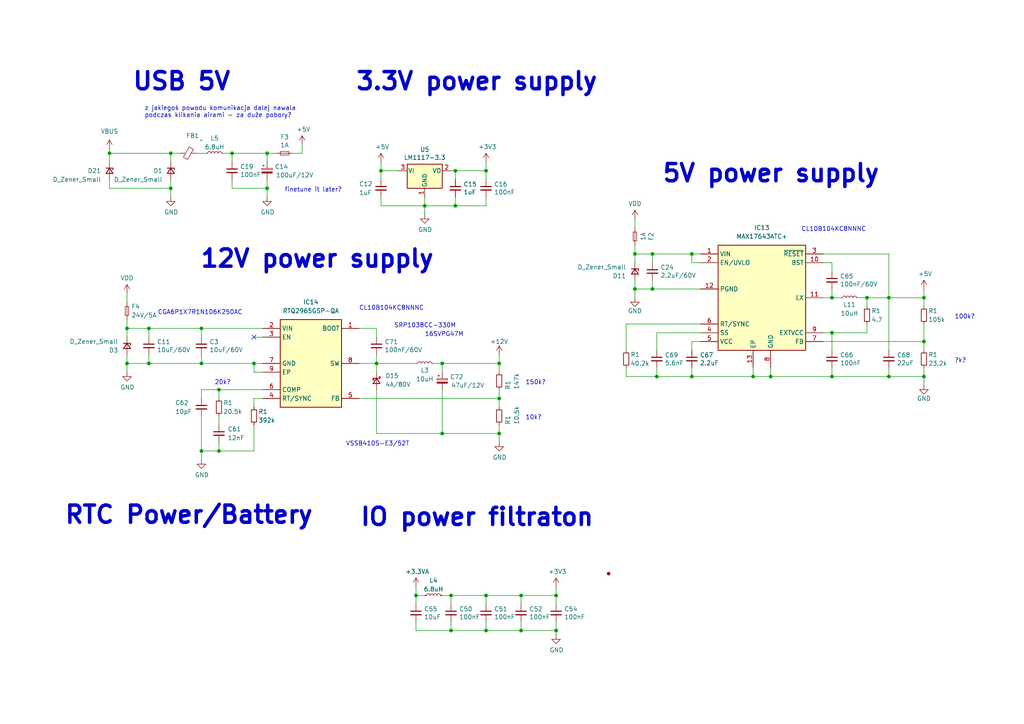
<source format=kicad_sch>
(kicad_sch (version 20230121) (generator eeschema)
  (paper "A4")
  (lib_symbols
    (symbol "Device:CP_Small" (pin_numbers hide) (pin_names (offset 0.254) hide)
      (property "Reference" "C" (at 0.254 1.778 0))
      (property "Value" "Device_CP_Small" (at 0.254 -2.032 0))
      (symbol "CP_Small_0_1"
        (rectangle (start -1.524 -0.3048) (end 1.524 -0.6858) (fill (type outline)))
        (rectangle (start -1.524 0.6858) (end 1.524 0.3048))
        (polyline (pts (xy -1.27 1.524) (xy -0.762 1.524)))
        (polyline (pts (xy -1.016 1.27) (xy -1.016 1.778)))
      )
      (symbol "CP_Small_1_1"
        (pin passive line (at 0 2.54 270) (length 1.8542) (name "~") (number "1"))
        (pin passive line (at 0 -2.54 90) (length 1.8542) (name "~") (number "2"))
      )
    )
    (symbol "Device:C_Small" (pin_numbers hide) (pin_names (offset 0.254) hide)
      (property "Reference" "C" (at 0.254 1.778 0))
      (property "Value" "C_Small" (at 0.254 -2.032 0))
      (symbol "C_Small_0_1"
        (polyline (pts (xy -1.524 -0.508) (xy 1.524 -0.508)) (stroke (width 0.3302)))
        (polyline (pts (xy -1.524 0.508) (xy 1.524 0.508)) (stroke (width 0.3048)))
      )
      (symbol "C_Small_1_1"
        (pin passive line (at 0 2.54 270) (length 2.032) (name "~") (number "1"))
        (pin passive line (at 0 -2.54 90) (length 2.032) (name "~") (number "2"))
      )
    )
    (symbol "Device:D_Schottky_Small" (pin_numbers hide) (pin_names (offset 0.254) hide)
      (property "Reference" "D" (at -1.27 2.032 0))
      (property "Value" "D_Schottky_Small" (at -7.112 -2.032 0))
      (symbol "D_Schottky_Small_0_1"
        (polyline (pts (xy -0.762 0) (xy 0.762 0)))
        (polyline (pts (xy 0.762 -1.016) (xy -0.762 0) (xy 0.762 1.016) (xy 0.762 -1.016)) (stroke (width 0.254)))
        (polyline (pts (xy -1.27 0.762) (xy -1.27 1.016) (xy -0.762 1.016) (xy -0.762 -1.016) (xy -0.254 -1.016) (xy -0.254 -0.762)) (stroke (width 0.254)))
      )
      (symbol "D_Schottky_Small_1_1"
        (pin passive line (at -2.54 0 0) (length 1.778) (name "K") (number "1"))
        (pin passive line (at 2.54 0 180) (length 1.778) (name "A") (number "2"))
      )
    )
    (symbol "Device:D_Zener_Small" (pin_numbers hide) (pin_names (offset 0.254) hide)
      (property "Reference" "D" (at 0 2.286 0))
      (property "Value" "D_Zener_Small" (at 0 -2.286 0))
      (symbol "D_Zener_Small_0_1"
        (polyline (pts (xy 0.762 0) (xy -0.762 0)))
        (polyline (pts (xy -0.254 1.016) (xy -0.762 1.016) (xy -0.762 -1.016)) (stroke (width 0.254)))
        (polyline (pts (xy 0.762 1.016) (xy -0.762 0) (xy 0.762 -1.016) (xy 0.762 1.016)) (stroke (width 0.254)))
      )
      (symbol "D_Zener_Small_1_1"
        (pin passive line (at -2.54 0 0) (length 1.778) (name "K") (number "1"))
        (pin passive line (at 2.54 0 180) (length 1.778) (name "A") (number "2"))
      )
    )
    (symbol "Device:Ferrite_Bead_Small" (pin_numbers hide) (pin_names (offset 0))
      (property "Reference" "FB" (at 1.905 1.27 0))
      (property "Value" "Device_Ferrite_Bead_Small" (at 1.905 -1.27 0))
      (symbol "Ferrite_Bead_Small_0_1"
        (polyline (pts (xy 0 -1.27) (xy 0 -0.7874)))
        (polyline (pts (xy 0 0.889) (xy 0 1.2954)))
        (polyline (pts (xy -1.8288 0.2794) (xy -1.1176 1.4986) (xy 1.8288 -0.2032) (xy 1.1176 -1.4224) (xy -1.8288 0.2794)))
      )
      (symbol "Ferrite_Bead_Small_1_1"
        (pin passive line (at 0 2.54 270) (length 1.27) (name "~") (number "1"))
        (pin passive line (at 0 -2.54 90) (length 1.27) (name "~") (number "2"))
      )
    )
    (symbol "Device:Fuse_Small" (pin_numbers hide) (pin_names (offset 0.254) hide)
      (property "Reference" "F" (at 0 -1.524 0))
      (property "Value" "Fuse_Small" (at 0 1.524 0))
      (symbol "Fuse_Small_0_1"
        (rectangle (start -1.27 0.508) (end 1.27 -0.508))
        (polyline (pts (xy -1.27 0) (xy 1.27 0)))
      )
      (symbol "Fuse_Small_1_1"
        (pin passive line (at -2.54 0 0) (length 1.27) (name "~") (number "1"))
        (pin passive line (at 2.54 0 180) (length 1.27) (name "~") (number "2"))
      )
    )
    (symbol "Device:L_Small" (pin_numbers hide) (pin_names (offset 0.254) hide)
      (property "Reference" "L" (at 0.762 1.016 0))
      (property "Value" "L_Small" (at 0.762 -1.016 0))
      (symbol "L_Small_0_1"
        (arc (start 0 -2.032) (mid 0.5058 -1.524) (end 0 -1.016))
        (arc (start 0 -1.016) (mid 0.5058 -0.508) (end 0 0))
        (arc (start 0 0) (mid 0.5058 0.508) (end 0 1.016))
        (arc (start 0 1.016) (mid 0.5058 1.524) (end 0 2.032))
      )
      (symbol "L_Small_1_1"
        (pin passive line (at 0 2.54 270) (length 0.508) (name "~") (number "1"))
        (pin passive line (at 0 -2.54 90) (length 0.508) (name "~") (number "2"))
      )
    )
    (symbol "Device:R_Small" (pin_numbers hide) (pin_names (offset 0.254) hide)
      (property "Reference" "R" (at 0.762 0.508 0))
      (property "Value" "R_Small" (at 0.762 -1.016 0))
      (symbol "R_Small_0_1"
        (rectangle (start -0.762 1.778) (end 0.762 -1.778) (stroke (width 0.2032)))
      )
      (symbol "R_Small_1_1"
        (pin passive line (at 0 2.54 270) (length 0.762) (name "~") (number "1"))
        (pin passive line (at 0 -2.54 90) (length 0.762) (name "~") (number "2"))
      )
    )
    (symbol "MAX17643ATC+:MAX17643ATC+"
      (property "Reference" "IC" (at -1.27 22.86 0))
      (property "Value" "MAX17643ATC+" (at -6.35 20.32 0))
      (symbol "MAX17643ATC+_1_1"
        (rectangle (start -12.7 17.78) (end 12.7 -12.7) (stroke (width 0.254)) (fill (type background)))
        (pin passive line (at -17.78 15.24 0) (length 5.08) (name "VIN") (number "1"))
        (pin passive line (at 17.78 12.7 180) (length 5.08) (name "BST") (number "10"))
        (pin passive line (at 17.78 2.54 180) (length 5.08) (name "LX") (number "11"))
        (pin passive line (at -17.78 5.08 0) (length 5.08) (name "PGND") (number "12"))
        (pin passive line (at -2.54 -17.78 90) (length 5.08) (name "EP") (number "13"))
        (pin passive line (at -17.78 12.7 0) (length 5.08) (name "EN/UVLO") (number "2"))
        (pin passive line (at 17.78 15.24 180) (length 5.08) (name "~{RESET}") (number "3"))
        (pin passive line (at -17.78 -7.62 0) (length 5.08) (name "SS") (number "4"))
        (pin passive line (at -17.78 -10.16 0) (length 5.08) (name "VCC") (number "5"))
        (pin passive line (at -17.78 -5.08 0) (length 5.08) (name "RT/SYNC") (number "6"))
        (pin passive line (at 17.78 -10.16 180) (length 5.08) (name "FB") (number "7"))
        (pin passive line (at 2.54 -17.78 90) (length 5.08) (name "GND") (number "8"))
        (pin passive line (at 17.78 -7.62 180) (length 5.08) (name "EXTVCC") (number "9"))
      )
    )
    (symbol "RTQ2965GSP-QA:RTQ2965GSP-QA"
      (property "Reference" "IC" (at 0 17.78 0))
      (property "Value" "RTQ2965GSP-QA" (at 0 15.24 0))
      (symbol "RTQ2965GSP-QA_1_1"
        (rectangle (start -8.89 12.7) (end 8.89 -12.7) (stroke (width 0.254)) (fill (type background)))
        (pin passive line (at 13.97 10.16 180) (length 5.08) (name "BOOT") (number "1"))
        (pin passive line (at -13.97 10.16 0) (length 5.08) (name "VIN") (number "2"))
        (pin passive line (at -13.97 7.62 0) (length 5.08) (name "EN") (number "3"))
        (pin passive line (at -13.97 -10.16 0) (length 5.08) (name "RT/SYNC") (number "4"))
        (pin passive line (at 13.97 -10.16 180) (length 5.08) (name "FB") (number "5"))
        (pin passive line (at -13.97 -7.62 0) (length 5.08) (name "COMP") (number "6"))
        (pin passive line (at -13.97 0 0) (length 5.08) (name "GND") (number "7"))
        (pin passive line (at 13.97 0 180) (length 5.08) (name "SW") (number "8"))
        (pin passive line (at -13.97 -2.54 0) (length 5.08) (name "EP") (number "9"))
      )
    )
    (symbol "Regulator_Linear:LM1117-3.3" (pin_names (offset 0.254))
      (property "Reference" "U" (at -3.81 3.175 0))
      (property "Value" "LM1117-3.3" (at 0 3.175 0))
      (symbol "LM1117-3.3_0_1"
        (rectangle (start -5.08 -5.08) (end 5.08 1.905) (stroke (width 0.254)) (fill (type background)))
      )
      (symbol "LM1117-3.3_1_1"
        (pin power_in line (at 0 -7.62 90) (length 2.54) (name "GND") (number "1"))
        (pin power_out line (at 7.62 0 180) (length 2.54) (name "VO") (number "2"))
        (pin power_in line (at -7.62 0 0) (length 2.54) (name "VI") (number "3"))
      )
    )
    (symbol "Samacsys2:2920L500_24SLDR" (pin_numbers hide) (pin_names (offset 0) hide)
      (property "Reference" "F" (at -0.635 2.54 0))
      (property "Value" "24V/5A" (at -3.81 -1.905 0))
      (symbol "2920L500_24SLDR_0_1"
        (rectangle (start -1.27 0.508) (end 1.27 -0.508))
        (polyline (pts (xy -1.27 0) (xy 1.27 0)))
      )
      (symbol "2920L500_24SLDR_1_1"
        (pin passive line (at -2.54 0 0) (length 1.27) (name "~") (number "1"))
        (pin passive line (at 2.54 0 180) (length 1.27) (name "~") (number "2"))
      )
    )
    (symbol "power:+12V" (power) (pin_names (offset 0))
      (property "Value" "+12V" (at 0 3.556 0))
      (symbol "+12V_0_1"
        (polyline (pts (xy -0.762 1.27) (xy 0 2.54)))
        (polyline (pts (xy 0 0) (xy 0 2.54)))
        (polyline (pts (xy 0 2.54) (xy 0.762 1.27)))
      )
      (symbol "+12V_1_1"
        (pin power_in line (at 0 0 90) (length 0) hide (name "+12V") (number "1"))
      )
    )
    (symbol "power:+3.3V" (power) (pin_names (offset 0))
      (property "Value" "+3.3V" (at 0 3.556 0))
      (symbol "+3.3V_0_1"
        (polyline (pts (xy -0.762 1.27) (xy 0 2.54)))
        (polyline (pts (xy 0 0) (xy 0 2.54)))
        (polyline (pts (xy 0 2.54) (xy 0.762 1.27)))
      )
      (symbol "+3.3V_1_1"
        (pin power_in line (at 0 0 90) (length 0) hide (name "+3V3") (number "1"))
      )
    )
    (symbol "power:+3.3VA" (power) (pin_names (offset 0))
      (property "Value" "+3.3VA" (at 0 3.556 0))
      (symbol "+3.3VA_0_1"
        (polyline (pts (xy -0.762 1.27) (xy 0 2.54)))
        (polyline (pts (xy 0 0) (xy 0 2.54)))
        (polyline (pts (xy 0 2.54) (xy 0.762 1.27)))
      )
      (symbol "+3.3VA_1_1"
        (pin power_in line (at 0 0 90) (length 0) hide (name "+3.3VA") (number "1"))
      )
    )
    (symbol "power:+5V" (power) (pin_names (offset 0))
      (property "Value" "+5V" (at 0 3.556 0))
      (symbol "+5V_0_1"
        (polyline (pts (xy -0.762 1.27) (xy 0 2.54)))
        (polyline (pts (xy 0 0) (xy 0 2.54)))
        (polyline (pts (xy 0 2.54) (xy 0.762 1.27)))
      )
      (symbol "+5V_1_1"
        (pin power_in line (at 0 0 90) (length 0) hide (name "+5V") (number "1"))
      )
    )
    (symbol "power:GND" (power) (pin_names (offset 0))
      (property "Value" "GND" (at 0 -3.81 0))
      (symbol "GND_0_1"
        (polyline (pts (xy 0 0) (xy 0 -1.27) (xy 1.27 -1.27) (xy 0 -2.54) (xy -1.27 -1.27) (xy 0 -1.27)))
      )
      (symbol "GND_1_1"
        (pin power_in line (at 0 0 270) (length 0) hide (name "GND") (number "1"))
      )
    )
    (symbol "power:VBUS" (power) (pin_names (offset 0))
      (property "Value" "VBUS" (at 0 3.81 0))
      (symbol "VBUS_0_1"
        (polyline (pts (xy -0.762 1.27) (xy 0 2.54)))
        (polyline (pts (xy 0 0) (xy 0 2.54)))
        (polyline (pts (xy 0 2.54) (xy 0.762 1.27)))
      )
      (symbol "VBUS_1_1"
        (pin power_in line (at 0 0 90) (length 0) hide (name "VBUS") (number "1"))
      )
    )
    (symbol "power:VDD" (power) (pin_names (offset 0))
      (property "Value" "VDD" (at 0 3.81 0))
      (symbol "VDD_0_1"
        (polyline (pts (xy -0.762 1.27) (xy 0 2.54)))
        (polyline (pts (xy 0 0) (xy 0 2.54)))
        (polyline (pts (xy 0 2.54) (xy 0.762 1.27)))
      )
      (symbol "VDD_1_1"
        (pin power_in line (at 0 0 90) (length 0) hide (name "VDD") (number "1"))
      )
    )
  )
  (junction (at 144.78 115.57))
  (junction (at 267.97 86.36))
  (junction (at 31.75 44.45))
  (junction (at 184.15 83.82))
  (junction (at 77.47 44.45))
  (junction (at 63.5 113.03))
  (junction (at 257.81 86.36))
  (junction (at 67.31 44.45))
  (junction (at 140.97 49.53))
  (junction (at 161.29 172.72))
  (junction (at 128.27 105.41))
  (junction (at 190.5 109.22))
  (junction (at 128.27 125.73))
  (junction (at 36.83 105.41))
  (junction (at 241.3 109.22))
  (junction (at 63.5 130.81))
  (junction (at 49.53 44.45))
  (junction (at 77.47 54.61))
  (junction (at 241.3 96.52))
  (junction (at 189.23 83.82))
  (junction (at 123.19 59.69))
  (junction (at 130.81 172.72))
  (junction (at 130.81 182.88))
  (junction (at 144.78 125.73))
  (junction (at 151.13 182.88))
  (junction (at 132.08 59.69))
  (junction (at 267.97 109.22))
  (junction (at 49.53 54.61))
  (junction (at 161.29 182.88))
  (junction (at 110.49 49.53))
  (junction (at 36.83 95.25))
  (junction (at 218.44 109.22))
  (junction (at 200.66 73.66))
  (junction (at 58.42 95.25))
  (junction (at 140.97 182.88))
  (junction (at 109.22 105.41))
  (junction (at 257.81 109.22))
  (junction (at 73.66 105.41))
  (junction (at 58.42 105.41))
  (junction (at 251.46 86.36))
  (junction (at 184.15 73.66))
  (junction (at 267.97 99.06))
  (junction (at 58.42 130.81))
  (junction (at 189.23 73.66))
  (junction (at 43.18 105.41))
  (junction (at 43.18 95.25))
  (junction (at 132.08 49.53))
  (junction (at 200.66 109.22))
  (junction (at 120.65 172.72))
  (junction (at 151.13 172.72))
  (junction (at 223.52 109.22))
  (junction (at 140.97 172.72))
  (junction (at 241.3 86.36))
  (junction (at 144.78 105.41))
  (no_connect (at 73.66 97.79))
  (wire (pts (xy 144.78 123.19) (xy 144.78 125.73)))
  (wire (pts (xy 238.76 86.36) (xy 241.3 86.36)))
  (wire (pts (xy 58.42 130.81) (xy 58.42 133.35)))
  (wire (pts (xy 43.18 95.25) (xy 58.42 95.25)))
  (wire (pts (xy 140.97 49.53) (xy 140.97 52.07)))
  (wire (pts (xy 58.42 113.03) (xy 58.42 115.57)))
  (wire (pts (xy 73.66 118.11) (xy 73.66 115.57)))
  (wire (pts (xy 238.76 73.66) (xy 257.81 73.66)))
  (wire (pts (xy 238.76 76.2) (xy 241.3 76.2)))
  (wire (pts (xy 109.22 105.41) (xy 109.22 107.95)))
  (wire (pts (xy 267.97 83.82) (xy 267.97 86.36)))
  (wire (pts (xy 77.47 57.15) (xy 77.47 54.61)))
  (wire (pts (xy 109.22 125.73) (xy 128.27 125.73)))
  (wire (pts (xy 241.3 106.68) (xy 241.3 109.22)))
  (wire (pts (xy 189.23 73.66) (xy 189.23 76.2)))
  (wire (pts (xy 109.22 105.41) (xy 120.65 105.41)))
  (wire (pts (xy 58.42 105.41) (xy 73.66 105.41)))
  (wire (pts (xy 63.5 120.65) (xy 63.5 123.19)))
  (wire (pts (xy 128.27 125.73) (xy 144.78 125.73)))
  (wire (pts (xy 109.22 113.03) (xy 109.22 125.73)))
  (wire (pts (xy 67.31 44.45) (xy 77.47 44.45)))
  (wire (pts (xy 184.15 83.82) (xy 184.15 86.36)))
  (wire (pts (xy 257.81 109.22) (xy 267.97 109.22)))
  (wire (pts (xy 161.29 175.26) (xy 161.29 172.72)))
  (wire (pts (xy 63.5 128.27) (xy 63.5 130.81)))
  (wire (pts (xy 267.97 99.06) (xy 267.97 101.6)))
  (wire (pts (xy 257.81 86.36) (xy 251.46 86.36)))
  (wire (pts (xy 49.53 52.07) (xy 49.53 54.61)))
  (wire (pts (xy 140.97 59.69) (xy 132.08 59.69)))
  (wire (pts (xy 87.63 41.91) (xy 87.63 44.45)))
  (wire (pts (xy 31.75 54.61) (xy 49.53 54.61)))
  (wire (pts (xy 238.76 96.52) (xy 241.3 96.52)))
  (wire (pts (xy 241.3 76.2) (xy 241.3 78.74)))
  (wire (pts (xy 110.49 46.99) (xy 110.49 49.53)))
  (wire (pts (xy 73.66 115.57) (xy 76.2 115.57)))
  (wire (pts (xy 104.14 105.41) (xy 109.22 105.41)))
  (polyline (pts (xy 176.53 166.37) (xy 176.53 166.37)) (stroke (width 1) (color 132 0 0 1)))
  (wire (pts (xy 64.77 44.45) (xy 67.31 44.45)))
  (wire (pts (xy 36.83 85.09) (xy 36.83 87.63)))
  (wire (pts (xy 63.5 113.03) (xy 63.5 115.57)))
  (wire (pts (xy 120.65 172.72) (xy 123.19 172.72)))
  (wire (pts (xy 77.47 52.07) (xy 77.47 54.61)))
  (wire (pts (xy 251.46 93.98) (xy 251.46 96.52)))
  (wire (pts (xy 130.81 180.34) (xy 130.81 182.88)))
  (wire (pts (xy 248.92 86.36) (xy 251.46 86.36)))
  (wire (pts (xy 161.29 182.88) (xy 161.29 184.15)))
  (wire (pts (xy 31.75 43.18) (xy 31.75 44.45)))
  (wire (pts (xy 144.78 102.87) (xy 144.78 105.41)))
  (wire (pts (xy 181.61 93.98) (xy 181.61 101.6)))
  (wire (pts (xy 73.66 123.19) (xy 73.66 130.81)))
  (wire (pts (xy 203.2 99.06) (xy 200.66 99.06)))
  (wire (pts (xy 144.78 113.03) (xy 144.78 115.57)))
  (wire (pts (xy 241.3 86.36) (xy 241.3 83.82)))
  (wire (pts (xy 128.27 105.41) (xy 128.27 107.95)))
  (wire (pts (xy 151.13 180.34) (xy 151.13 182.88)))
  (wire (pts (xy 257.81 86.36) (xy 257.81 101.6)))
  (wire (pts (xy 43.18 97.79) (xy 43.18 95.25)))
  (wire (pts (xy 241.3 109.22) (xy 257.81 109.22)))
  (wire (pts (xy 36.83 102.87) (xy 36.83 105.41)))
  (wire (pts (xy 184.15 63.5) (xy 184.15 66.04)))
  (wire (pts (xy 140.97 172.72) (xy 130.81 172.72)))
  (wire (pts (xy 31.75 52.07) (xy 31.75 54.61)))
  (wire (pts (xy 218.44 109.22) (xy 223.52 109.22)))
  (wire (pts (xy 140.97 46.99) (xy 140.97 49.53)))
  (wire (pts (xy 189.23 73.66) (xy 200.66 73.66)))
  (wire (pts (xy 241.3 86.36) (xy 243.84 86.36)))
  (wire (pts (xy 49.53 44.45) (xy 52.07 44.45)))
  (wire (pts (xy 189.23 81.28) (xy 189.23 83.82)))
  (wire (pts (xy 76.2 107.95) (xy 73.66 107.95)))
  (wire (pts (xy 49.53 57.15) (xy 49.53 54.61)))
  (wire (pts (xy 161.29 172.72) (xy 151.13 172.72)))
  (wire (pts (xy 144.78 125.73) (xy 144.78 128.27)))
  (wire (pts (xy 109.22 97.79) (xy 109.22 95.25)))
  (wire (pts (xy 130.81 172.72) (xy 130.81 175.26)))
  (wire (pts (xy 36.83 92.71) (xy 36.83 95.25)))
  (wire (pts (xy 190.5 106.68) (xy 190.5 109.22)))
  (wire (pts (xy 257.81 106.68) (xy 257.81 109.22)))
  (wire (pts (xy 109.22 102.87) (xy 109.22 105.41)))
  (wire (pts (xy 200.66 109.22) (xy 218.44 109.22)))
  (wire (pts (xy 151.13 182.88) (xy 140.97 182.88)))
  (wire (pts (xy 140.97 180.34) (xy 140.97 182.88)))
  (wire (pts (xy 184.15 83.82) (xy 189.23 83.82)))
  (wire (pts (xy 200.66 99.06) (xy 200.66 101.6)))
  (wire (pts (xy 36.83 105.41) (xy 43.18 105.41)))
  (wire (pts (xy 130.81 182.88) (xy 140.97 182.88)))
  (wire (pts (xy 132.08 57.15) (xy 132.08 59.69)))
  (wire (pts (xy 251.46 96.52) (xy 241.3 96.52)))
  (wire (pts (xy 151.13 172.72) (xy 140.97 172.72)))
  (wire (pts (xy 125.73 105.41) (xy 128.27 105.41)))
  (wire (pts (xy 73.66 105.41) (xy 73.66 107.95)))
  (wire (pts (xy 58.42 102.87) (xy 58.42 105.41)))
  (wire (pts (xy 241.3 101.6) (xy 241.3 96.52)))
  (wire (pts (xy 58.42 130.81) (xy 63.5 130.81)))
  (wire (pts (xy 77.47 44.45) (xy 80.01 44.45)))
  (wire (pts (xy 63.5 113.03) (xy 58.42 113.03)))
  (wire (pts (xy 128.27 113.03) (xy 128.27 125.73)))
  (wire (pts (xy 31.75 44.45) (xy 31.75 46.99)))
  (wire (pts (xy 110.49 59.69) (xy 110.49 57.15)))
  (wire (pts (xy 144.78 105.41) (xy 128.27 105.41)))
  (wire (pts (xy 200.66 76.2) (xy 203.2 76.2)))
  (wire (pts (xy 36.83 105.41) (xy 36.83 107.95)))
  (wire (pts (xy 67.31 54.61) (xy 77.47 54.61)))
  (wire (pts (xy 123.19 59.69) (xy 110.49 59.69)))
  (wire (pts (xy 203.2 73.66) (xy 200.66 73.66)))
  (wire (pts (xy 267.97 88.9) (xy 267.97 86.36)))
  (wire (pts (xy 257.81 86.36) (xy 257.81 73.66)))
  (wire (pts (xy 73.66 130.81) (xy 63.5 130.81)))
  (wire (pts (xy 85.09 44.45) (xy 87.63 44.45)))
  (wire (pts (xy 251.46 86.36) (xy 251.46 88.9)))
  (wire (pts (xy 181.61 109.22) (xy 190.5 109.22)))
  (wire (pts (xy 73.66 97.79) (xy 76.2 97.79)))
  (wire (pts (xy 123.19 59.69) (xy 132.08 59.69)))
  (wire (pts (xy 57.15 44.45) (xy 59.69 44.45)))
  (wire (pts (xy 123.19 62.23) (xy 123.19 59.69)))
  (wire (pts (xy 184.15 73.66) (xy 189.23 73.66)))
  (wire (pts (xy 140.97 57.15) (xy 140.97 59.69)))
  (wire (pts (xy 238.76 99.06) (xy 267.97 99.06)))
  (wire (pts (xy 43.18 105.41) (xy 43.18 102.87)))
  (wire (pts (xy 120.65 170.18) (xy 120.65 172.72)))
  (wire (pts (xy 267.97 109.22) (xy 267.97 111.76)))
  (wire (pts (xy 43.18 105.41) (xy 58.42 105.41)))
  (wire (pts (xy 184.15 81.28) (xy 184.15 83.82)))
  (wire (pts (xy 58.42 95.25) (xy 58.42 97.79)))
  (wire (pts (xy 144.78 115.57) (xy 144.78 118.11)))
  (wire (pts (xy 120.65 182.88) (xy 130.81 182.88)))
  (wire (pts (xy 161.29 170.18) (xy 161.29 172.72)))
  (wire (pts (xy 218.44 106.68) (xy 218.44 109.22)))
  (wire (pts (xy 58.42 120.65) (xy 58.42 130.81)))
  (wire (pts (xy 128.27 172.72) (xy 130.81 172.72)))
  (wire (pts (xy 200.66 106.68) (xy 200.66 109.22)))
  (wire (pts (xy 151.13 175.26) (xy 151.13 172.72)))
  (wire (pts (xy 67.31 52.07) (xy 67.31 54.61)))
  (wire (pts (xy 109.22 95.25) (xy 104.14 95.25)))
  (wire (pts (xy 161.29 180.34) (xy 161.29 182.88)))
  (wire (pts (xy 76.2 113.03) (xy 63.5 113.03)))
  (wire (pts (xy 241.3 109.22) (xy 223.52 109.22)))
  (wire (pts (xy 203.2 96.52) (xy 190.5 96.52)))
  (wire (pts (xy 36.83 97.79) (xy 36.83 95.25)))
  (wire (pts (xy 184.15 71.12) (xy 184.15 73.66)))
  (wire (pts (xy 267.97 106.68) (xy 267.97 109.22)))
  (wire (pts (xy 181.61 106.68) (xy 181.61 109.22)))
  (wire (pts (xy 200.66 73.66) (xy 200.66 76.2)))
  (wire (pts (xy 120.65 172.72) (xy 120.65 175.26)))
  (wire (pts (xy 267.97 86.36) (xy 257.81 86.36)))
  (wire (pts (xy 58.42 95.25) (xy 76.2 95.25)))
  (wire (pts (xy 76.2 105.41) (xy 73.66 105.41)))
  (wire (pts (xy 36.83 95.25) (xy 43.18 95.25)))
  (wire (pts (xy 181.61 93.98) (xy 203.2 93.98)))
  (wire (pts (xy 110.49 49.53) (xy 115.57 49.53)))
  (wire (pts (xy 132.08 49.53) (xy 140.97 49.53)))
  (wire (pts (xy 77.47 44.45) (xy 77.47 46.99)))
  (wire (pts (xy 120.65 182.88) (xy 120.65 180.34)))
  (wire (pts (xy 130.81 49.53) (xy 132.08 49.53)))
  (wire (pts (xy 184.15 76.2) (xy 184.15 73.66)))
  (wire (pts (xy 110.49 49.53) (xy 110.49 52.07)))
  (wire (pts (xy 144.78 107.95) (xy 144.78 105.41)))
  (wire (pts (xy 49.53 44.45) (xy 49.53 46.99)))
  (wire (pts (xy 267.97 93.98) (xy 267.97 99.06)))
  (wire (pts (xy 223.52 106.68) (xy 223.52 109.22)))
  (wire (pts (xy 161.29 182.88) (xy 151.13 182.88)))
  (wire (pts (xy 123.19 57.15) (xy 123.19 59.69)))
  (wire (pts (xy 104.14 115.57) (xy 144.78 115.57)))
  (wire (pts (xy 190.5 96.52) (xy 190.5 101.6)))
  (wire (pts (xy 132.08 52.07) (xy 132.08 49.53)))
  (wire (pts (xy 189.23 83.82) (xy 203.2 83.82)))
  (wire (pts (xy 140.97 175.26) (xy 140.97 172.72)))
  (wire (pts (xy 67.31 44.45) (xy 67.31 46.99)))
  (wire (pts (xy 31.75 44.45) (xy 49.53 44.45)))
  (wire (pts (xy 190.5 109.22) (xy 200.66 109.22)))
  (text "RTC Power/Battery" (at 18.415 152.4 0) (effects (font (size 5 5) (thickness 1) bold) (justify left bottom)))
  (text "?k?\n" (at 276.86 105.41 0) (effects (font (size 1.27 1.27)) (justify left bottom)))
  (text "USB 5V" (at 38.1 26.67 0) (effects (font (size 5 5) (thickness 1) bold) (justify left bottom)))
  (text "CL10B104KC8NNNC" (at 232.41 67.31 0) (effects (font (size 1.27 1.27)) (justify left bottom)))
  (text "20k?" (at 62.23 111.76 0) (effects (font (size 1.27 1.27)) (justify left bottom)))
  (text "z jakiegoś powodu komunikacja dalej nawala \npodczas klikania airami - za duże pobory?" (at 41.91 34.29 0) (effects (font (size 1.27 1.27)) (justify left bottom)))
  (text "3.3V power supply" (at 102.87 26.67 0) (effects (font (size 5 5) (thickness 1) bold) (justify left bottom)))
  (text "150k?\n" (at 152.4 111.76 0) (effects (font (size 1.27 1.27)) (justify left bottom)))
  (text "IO power filtraton" (at 104.14 153.035 0) (effects (font (size 5 5) (thickness 1) bold) (justify left bottom)))
  (text "VSSB410S-E3/52T" (at 100.33 129.54 0) (effects (font (size 1.27 1.27)) (justify left bottom)))
  (text "12V power supply" (at 57.785 78.105 0) (effects (font (size 5 5) (thickness 1) bold) (justify left bottom)))
  (text "5V power supply" (at 191.77 53.34 0) (effects (font (size 5 5) (thickness 1) bold) (justify left bottom)))
  (text "100k?\n" (at 276.86 92.71 0) (effects (font (size 1.27 1.27)) (justify left bottom)))
  (text "finetune it later?\n" (at 82.55 55.88 0) (effects (font (size 1.27 1.27)) (justify left bottom)))
  (text "CGA6P1X7R1N106K250AC" (at 45.72 91.44 0) (effects (font (size 1.27 1.27)) (justify left bottom)))
  (text "16SVPG47M" (at 123.19 97.79 0) (effects (font (size 1.27 1.27)) (justify left bottom)))
  (text "SRP1038CC-330M" (at 114.3 95.25 0) (effects (font (size 1.27 1.27)) (justify left bottom)))
  (text "CL10B104KC8NNNC" (at 104.14 90.17 0) (effects (font (size 1.27 1.27)) (justify left bottom)))
  (text "10k?" (at 152.4 121.92 0) (effects (font (size 1.27 1.27)) (justify left bottom)))
  (symbol (lib_id "Device:D_Schottky_Small") (at 109.22 110.49 270) (unit 1)
    (property "Reference" "D15" (at 111.76 108.966 90) (effects (justify left)))
    (property "Value" "4A/80V" (at 111.76 111.506 90) (effects (justify left)))
    (property "Footprint" "Diode_SMD:D_SMB" (effects hide))
    (instances (project "PUTM_EV_BMS_HV_Master_2021" (path "" (reference "D15") (unit 1)) (path "" (reference "D2") (unit 1))))
  )
  (symbol (lib_id "Device:C_Small") (at 189.23 78.74 0) (unit 1)
    (property "Reference" "C24" (at 191.5668 77.5716 0) (effects (justify left)))
    (property "Value" "2.2uF/60V" (at 191.5668 79.883 0) (effects (justify left)))
    (property "Footprint" "Capacitor_SMD:C_1210_3225Metric" (effects hide))
  )
  (symbol (lib_id "power:GND") (at 49.53 57.15 0) (unit 1)
    (property "Reference" "#PWR070" (effects hide))
    (property "Value" "GND" (at 49.657 61.5442 0))
  )
  (symbol (lib_id "power:+3.3V") (at 140.97 46.99 0) (unit 1)
    (property "Reference" "#PWR036" (effects hide))
    (property "Value" "+3.3V" (at 141.351 42.5958 0))
  )
  (symbol (lib_id "Device:L_Small") (at 246.38 86.36 90) (unit 1)
    (property "Reference" "L11" (at 246.38 87.63 90) (effects (justify bottom)))
    (property "Value" "10uH" (at 246.38 90.17 90) (effects (justify bottom)))
    (property "Footprint" "Inductor_SMD:L_Coilcraft_XAL5050-XXX" (effects hide))
  )
  (symbol (lib_id "Device:R_Small") (at 181.61 104.14 180) (unit 1)
    (property "Reference" "R1" (at 182.88 102.87 0) (effects (justify right)))
    (property "Value" "40.2k" (at 182.88 105.41 0) (effects (justify right)))
    (property "Footprint" "Resistor_SMD:R_0603_1608Metric" (effects hide))
    (instances (project "PUTM_EV_BMS_HV_Master_2021" (path "" (reference "R1") (unit 1)) (path "" (reference "R59") (unit 1))))
  )
  (symbol (lib_id "Device:L_Small") (at 125.73 172.72 90) (unit 1)
    (property "Reference" "L4" (at 125.73 167.64 90) (effects (justify bottom)))
    (property "Value" "6.8uH" (at 125.73 170.18 90) (effects (justify bottom)))
    (property "Footprint" "Inductor_SMD:L_1206_3216Metric" (effects hide))
    (instances (project "PUTM_EV_BMS_HV_Master_2021" (path "" (reference "L4") (unit 1)) (path "" (reference "L8") (unit 1)) (path "" (reference "L9") (unit 1))))
  )
  (symbol (lib_id "power:+3.3VA") (at 120.65 170.18 0) (unit 1)
    (property "Reference" "#PWR0115" (effects hide))
    (property "Value" "+3.3VA" (at 121.031 165.7858 0))
  )
  (symbol (lib_id "Device:R_Small") (at 251.46 91.44 180) (unit 1)
    (property "Reference" "R1" (at 252.73 90.17 0) (effects (justify right)))
    (property "Value" "4.7" (at 252.73 92.71 0) (effects (justify right)))
    (property "Footprint" "Resistor_SMD:R_0603_1608Metric" (effects hide))
    (instances (project "PUTM_EV_BMS_HV_Master_2021" (path "" (reference "R1") (unit 1)) (path "" (reference "R17") (unit 1))))
  )
  (symbol (lib_id "Device:C_Small") (at 241.3 81.28 0) (unit 1)
    (property "Reference" "C65" (at 243.6368 80.1116 0) (effects (justify left)))
    (property "Value" "100nF/60V" (at 243.6368 82.423 0) (effects (justify left)))
    (property "Footprint" "Capacitor_SMD:C_0603_1608Metric" (effects hide))
  )
  (symbol (lib_id "Regulator_Linear:LM1117-3.3") (at 123.19 49.53 0) (unit 1)
    (property "Reference" "U5" (at 123.19 43.3832 0))
    (property "Value" "LM1117-3.3" (at 123.19 45.6946 0))
    (property "Footprint" "Package_TO_SOT_SMD:SOT-223-3_TabPin2" (effects hide))
    (property "Datasheet" "http://www.ti.com/lit/ds/symlink/lm1117.pdf" (effects hide))
  )
  (symbol (lib_id "Device:C_Small") (at 67.31 49.53 0) (unit 1)
    (property "Reference" "C19" (at 69.6468 48.3616 0) (effects (justify left)))
    (property "Value" "100nF" (at 69.6468 50.673 0) (effects (justify left)))
    (property "Footprint" "Capacitor_SMD:C_0603_1608Metric" (effects hide))
  )
  (symbol (lib_id "Device:Ferrite_Bead_Small") (at 54.61 44.45 270) (unit 1)
    (property "Reference" "FB1" (at 55.88 39.37 90))
    (property "Value" "~" (at 58.42 40.64 90))
    (property "Footprint" "Inductor_SMD:L_0603_1608Metric" (effects hide))
  )
  (symbol (lib_id "Device:C_Small") (at 140.97 177.8 0) (unit 1)
    (property "Reference" "C51" (at 143.3068 176.6316 0) (effects (justify left)))
    (property "Value" "100nF" (at 143.3068 178.943 0) (effects (justify left)))
    (property "Footprint" "Capacitor_SMD:C_0603_1608Metric" (effects hide))
  )
  (symbol (lib_id "power:+5V") (at 110.49 46.99 0) (unit 1)
    (property "Reference" "#PWR051" (effects hide))
    (property "Value" "+5V" (at 110.871 42.5958 0))
  )
  (symbol (lib_id "Device:C_Small") (at 120.65 177.8 0) (unit 1)
    (property "Reference" "C55" (at 122.9868 176.6316 0) (effects (justify left)))
    (property "Value" "10uF" (at 122.9868 178.943 0) (effects (justify left)))
    (property "Footprint" "Capacitor_SMD:C_0603_1608Metric" (effects hide))
  )
  (symbol (lib_id "Device:C_Small") (at 200.66 104.14 0) (unit 1)
    (property "Reference" "C67" (at 202.9968 102.9716 0) (effects (justify left)))
    (property "Value" "2.2uF" (at 202.9968 105.283 0) (effects (justify left)))
    (property "Footprint" "Capacitor_SMD:C_0603_1608Metric" (effects hide))
  )
  (symbol (lib_id "Device:C_Small") (at 109.22 100.33 0) (unit 1)
    (property "Reference" "C71" (at 111.5568 99.1616 0) (effects (justify left)))
    (property "Value" "100nF/60V" (at 111.5568 101.473 0) (effects (justify left)))
    (property "Footprint" "Capacitor_SMD:C_0603_1608Metric" (effects hide))
  )
  (symbol (lib_id "power:VBUS") (at 31.75 43.18 0) (unit 1)
    (property "Reference" "#PWR0139" (effects hide))
    (property "Value" "VBUS" (at 31.75 38.1 0))
  )
  (symbol (lib_id "Device:R_Small") (at 144.78 120.65 180) (unit 1)
    (property "Reference" "R1" (at 147.32 123.19 90) (effects (justify right)))
    (property "Value" "10.5k" (at 149.86 123.19 90) (effects (justify right)))
    (property "Footprint" "Resistor_SMD:R_0603_1608Metric" (effects hide))
    (instances (project "PUTM_EV_BMS_HV_Master_2021" (path "" (reference "R1") (unit 1)) (path "" (reference "R70") (unit 1))))
  )
  (symbol (lib_id "Device:D_Zener_Small") (at 36.83 100.33 270) (unit 1)
    (property "Reference" "D3" (at 34.29 101.6 90) (effects (justify right)))
    (property "Value" "D_Zener_Small" (at 34.29 99.06 90) (effects (justify right)))
    (property "Footprint" "Diode_SMD:D_SMB" (effects hide))
  )
  (symbol (lib_id "Device:CP_Small") (at 77.47 49.53 0) (unit 1)
    (property "Reference" "C14" (at 79.7052 48.3616 0) (effects (justify left)))
    (property "Value" "100uF/12V" (at 80.01 50.8 0) (effects (justify left)))
    (property "Footprint" "Capacitor_SMD:CP_Elec_5x4.5" (effects hide))
  )
  (symbol (lib_id "power:GND") (at 161.29 184.15 0) (unit 1)
    (property "Reference" "#PWR0111" (effects hide))
    (property "Value" "GND" (at 161.417 188.5442 0))
  )
  (symbol (lib_id "Device:C_Small") (at 132.08 54.61 0) (unit 1)
    (property "Reference" "C15" (at 134.4168 53.4416 0) (effects (justify left)))
    (property "Value" "1uF" (at 134.4168 55.753 0) (effects (justify left)))
    (property "Footprint" "Capacitor_SMD:C_0603_1608Metric" (effects hide))
  )
  (symbol (lib_id "power:+3.3V") (at 161.29 170.18 0) (unit 1)
    (property "Reference" "#PWR0110" (effects hide))
    (property "Value" "+3.3V" (at 161.671 165.7858 0))
  )
  (symbol (lib_id "Device:D_Zener_Small") (at 31.75 49.53 270) (unit 1)
    (property "Reference" "D21" (at 25.4 49.53 90) (effects (justify left)))
    (property "Value" "D_Zener_Small" (at 15.24 52.07 90) (effects (justify left)))
    (property "Footprint" "Diode_SMD:D_0603_1608Metric" (effects hide))
  )
  (symbol (lib_id "Device:R_Small") (at 63.5 118.11 180) (unit 1)
    (property "Reference" "R1" (at 64.77 116.84 0) (effects (justify right)))
    (property "Value" "20.5k" (at 64.77 119.38 0) (effects (justify right)))
    (property "Footprint" "Resistor_SMD:R_0603_1608Metric" (effects hide))
    (instances (project "PUTM_EV_BMS_HV_Master_2021" (path "" (reference "R1") (unit 1)) (path "" (reference "R61") (unit 1))))
  )
  (symbol (lib_id "Device:C_Small") (at 43.18 100.33 0) (unit 1)
    (property "Reference" "C11" (at 45.5168 99.1616 0) (effects (justify left)))
    (property "Value" "10uF/60V" (at 45.5168 101.473 0) (effects (justify left)))
    (property "Footprint" "Capacitor_SMD:C_1210_3225Metric" (effects hide))
  )
  (symbol (lib_id "Device:C_Small") (at 151.13 177.8 0) (unit 1)
    (property "Reference" "C52" (at 153.4668 176.6316 0) (effects (justify left)))
    (property "Value" "100nF" (at 153.4668 178.943 0) (effects (justify left)))
    (property "Footprint" "Capacitor_SMD:C_0603_1608Metric" (effects hide))
  )
  (symbol (lib_id "Device:Fuse_Small") (at 82.55 44.45 180) (unit 1)
    (property "Reference" "F3" (at 82.55 39.751 0))
    (property "Value" "1A" (at 82.55 42.0624 0))
    (property "Footprint" "Fuse:Fuse_1206_3216Metric" (effects hide))
  )
  (symbol (lib_id "MAX17643ATC+:MAX17643ATC+") (at 220.98 88.9 0) (unit 1)
    (property "Reference" "IC13" (at 220.98 66.04 0))
    (property "Value" "MAX17643ATC+" (at 220.98 68.58 0))
    (property "Footprint" "SON50P300X300X80-13N" (effects hide))
    (property "Datasheet" "https://www.analog.com/MAX17643/datasheet" (effects hide))
    (property "Height" "0.8" (effects hide))
    (property "Mouser Part Number" "700-MAX17643ATC+" (effects hide))
    (property "Mouser Price/Stock" "https://www.mouser.co.uk/ProductDetail/Analog-Devices-Maxim-Integrated/MAX17643ATC%2b?qs=stqOd1AaK79ynIqydR3dRA%3D%3D" (effects hide))
    (property "Manufacturer_Name" "Analog Devices" (effects hide))
    (property "Manufacturer_Part_Number" "MAX17643ATC+" (effects hide))
  )
  (symbol (lib_id "Device:CP_Small") (at 128.27 110.49 0) (unit 1)
    (property "Reference" "C72" (at 130.5052 109.3216 0) (effects (justify left)))
    (property "Value" "47uF/12V" (at 130.81 111.76 0) (effects (justify left)))
    (property "Footprint" "Capacitor_SMD:CP_Elec_5x4.5" (effects hide))
  )
  (symbol (lib_id "Device:C_Small") (at 58.42 118.11 0) (unit 1)
    (property "Reference" "C62" (at 50.8 116.84 0) (effects (justify left)))
    (property "Value" "10pF" (at 50.8 119.38 0) (effects (justify left)))
    (property "Footprint" "Capacitor_SMD:C_0603_1608Metric" (effects hide))
  )
  (symbol (lib_id "power:GND") (at 123.19 62.23 0) (unit 1)
    (property "Reference" "#PWR028" (effects hide))
    (property "Value" "GND" (at 123.317 66.6242 0))
  )
  (symbol (lib_id "Device:R_Small") (at 267.97 104.14 180) (unit 1)
    (property "Reference" "R1" (at 269.24 102.87 0) (effects (justify right)))
    (property "Value" "23.2k" (at 269.24 105.41 0) (effects (justify right)))
    (property "Footprint" "Resistor_SMD:R_0603_1608Metric" (effects hide))
    (instances (project "PUTM_EV_BMS_HV_Master_2021" (path "" (reference "R1") (unit 1)) (path "" (reference "R52") (unit 1))))
  )
  (symbol (lib_id "power:+12V") (at 144.78 102.87 0) (unit 1)
    (property "Reference" "#PWR054" (effects hide))
    (property "Value" "+12V" (at 144.78 99.06 0))
  )
  (symbol (lib_id "Device:R_Small") (at 73.66 120.65 180) (unit 1)
    (property "Reference" "R1" (at 74.93 119.38 0) (effects (justify right)))
    (property "Value" "392k" (at 74.93 121.92 0) (effects (justify right)))
    (property "Footprint" "Resistor_SMD:R_0603_1608Metric" (effects hide))
    (instances (project "PUTM_EV_BMS_HV_Master_2021" (path "" (reference "R1") (unit 1)) (path "" (reference "R64") (unit 1))))
  )
  (symbol (lib_id "power:VDD") (at 184.15 63.5 0) (unit 1)
    (property "Reference" "#PWR085" (effects hide))
    (property "Value" "VDD" (at 184.15 59.055 0))
  )
  (symbol (lib_id "Device:C_Small") (at 161.29 177.8 0) (unit 1)
    (property "Reference" "C54" (at 163.6268 176.6316 0) (effects (justify left)))
    (property "Value" "100nF" (at 163.6268 178.943 0) (effects (justify left)))
    (property "Footprint" "Capacitor_SMD:C_0603_1608Metric" (effects hide))
  )
  (symbol (lib_id "power:+5V") (at 267.97 83.82 0) (unit 1)
    (property "Reference" "#PWR087" (effects hide))
    (property "Value" "+5V" (at 268.351 79.4258 0))
  )
  (symbol (lib_id "Device:D_Zener_Small") (at 184.15 78.74 270) (unit 1)
    (property "Reference" "D11" (at 181.61 80.01 90) (effects (justify right)))
    (property "Value" "D_Zener_Small" (at 181.61 77.47 90) (effects (justify right)))
    (property "Footprint" "Diode_SMD:D_SMB" (effects hide))
  )
  (symbol (lib_id "Device:C_Small") (at 130.81 177.8 0) (unit 1)
    (property "Reference" "C50" (at 133.1468 176.6316 0) (effects (justify left)))
    (property "Value" "100nF" (at 133.1468 178.943 0) (effects (justify left)))
    (property "Footprint" "Capacitor_SMD:C_0603_1608Metric" (effects hide))
  )
  (symbol (lib_id "Device:R_Small") (at 267.97 91.44 180) (unit 1)
    (property "Reference" "R1" (at 269.24 90.17 0) (effects (justify right)))
    (property "Value" "105k" (at 269.24 92.71 0) (effects (justify right)))
    (property "Footprint" "Resistor_SMD:R_0603_1608Metric" (effects hide))
    (instances (project "PUTM_EV_BMS_HV_Master_2021" (path "" (reference "R1") (unit 1)) (path "" (reference "R51") (unit 1))))
  )
  (symbol (lib_id "power:GND") (at 144.78 128.27 0) (unit 1)
    (property "Reference" "#PWR090" (effects hide))
    (property "Value" "GND" (at 144.907 132.6642 0))
  )
  (symbol (lib_id "Device:C_Small") (at 140.97 54.61 0) (unit 1)
    (property "Reference" "C16" (at 143.3068 53.4416 0) (effects (justify left)))
    (property "Value" "100nF" (at 143.3068 55.753 0) (effects (justify left)))
    (property "Footprint" "Capacitor_SMD:C_0603_1608Metric" (effects hide))
  )
  (symbol (lib_id "Device:C_Small") (at 241.3 104.14 0) (unit 1)
    (property "Reference" "C66" (at 243.6368 102.9716 0) (effects (justify left)))
    (property "Value" "100nF" (at 243.6368 105.283 0) (effects (justify left)))
    (property "Footprint" "Capacitor_SMD:C_0603_1608Metric" (effects hide))
  )
  (symbol (lib_id "power:GND") (at 77.47 57.15 0) (unit 1)
    (property "Reference" "#PWR049" (effects hide))
    (property "Value" "GND" (at 77.597 61.5442 0))
  )
  (symbol (lib_id "Samacsys2:2920L500_24SLDR") (at 36.83 90.17 90) (unit 1)
    (property "Reference" "F4" (at 38.1 88.9 90) (effects (justify right)))
    (property "Value" "24V/5A" (at 38.1 91.44 90) (effects (justify right)))
    (property "Footprint" "Samacsys:2920L700SLPR" (effects hide))
    (property "Datasheet" "https://www.mouser.fr/datasheet/2/240/littelfuse_ptc_low_rho_datasheet_pdf-1901322.pdf" (effects hide))
    (property "Description" "PTC 24V POLYFUSE SMD 2920 SL 5.00A / TR" (effects hide))
    (property "Height" "1.2" (effects hide))
    (property "Mouser Part Number" "576-2920L500/24SLDR" (effects hide))
    (property "Mouser Price/Stock" "https://www.mouser.co.uk/ProductDetail/Littelfuse/2920L500-24SLDR?qs=7MVldsJ5UawArZNHgYx0uA%3D%3D" (effects hide))
    (property "Manufacturer_Name" "LITTELFUSE" (effects hide))
    (property "Manufacturer_Part_Number" "2920L500/24SLDR" (effects hide))
  )
  (symbol (lib_id "Device:L_Small") (at 62.23 44.45 90) (unit 1)
    (property "Reference" "L5" (at 62.23 39.37 90) (effects (justify bottom)))
    (property "Value" "6.8uH" (at 62.23 41.91 90) (effects (justify bottom)))
    (property "Footprint" "Inductor_SMD:L_1206_3216Metric" (effects hide))
    (instances (project "PUTM_EV_BMS_HV_Master_2021" (path "" (reference "L5") (unit 1)) (path "" (reference "L10") (unit 1)) (path "" (reference "L12") (unit 1))))
  )
  (symbol (lib_id "Device:L_Small") (at 123.19 105.41 90) (unit 1)
    (property "Reference" "L3" (at 123.19 106.68 90) (effects (justify bottom)))
    (property "Value" "10uH" (at 123.19 109.22 90) (effects (justify bottom)))
    (property "Footprint" "Inductor_SMD:L_Bourns_SRP1038C_10.0x10.0mm" (effects hide))
  )
  (symbol (lib_id "RTQ2965GSP-QA:RTQ2965GSP-QA") (at 90.17 105.41 0) (unit 1)
    (property "Reference" "IC14" (at 90.17 87.63 0))
    (property "Value" "RTQ2965GSP-QA" (at 90.17 90.17 0))
    (property "Footprint" "SOIC127P600X175-9N" (effects hide))
    (property "Datasheet" "https://www.richtek.com/assets/product_file/RTQ2965-QA/DSQ2965-QA-01.pdf" (effects hide))
    (property "Height" "1.753" (effects hide))
    (property "Manufacturer_Name" "RICHTEK" (effects hide))
    (property "Manufacturer_Part_Number" "RTQ2965GSP-QA" (effects hide))
  )
  (symbol (lib_id "Device:C_Small") (at 110.49 54.61 0) (unit 1)
    (property "Reference" "C12" (at 104.14 53.34 0) (effects (justify left)))
    (property "Value" "1uF" (at 104.14 55.88 0) (effects (justify left)))
    (property "Footprint" "Capacitor_SMD:C_0603_1608Metric" (effects hide))
  )
  (symbol (lib_id "Device:D_Zener_Small") (at 49.53 49.53 270) (unit 1)
    (property "Reference" "D1" (at 44.45 49.53 90) (effects (justify left)))
    (property "Value" "D_Zener_Small" (at 33.02 52.07 90) (effects (justify left)))
    (property "Footprint" "Diode_SMD:D_0603_1608Metric" (effects hide))
  )
  (symbol (lib_id "power:GND") (at 58.42 133.35 0) (unit 1)
    (property "Reference" "#PWR025" (effects hide))
    (property "Value" "GND" (at 58.547 137.7442 0))
  )
  (symbol (lib_id "power:VDD") (at 36.83 85.09 0) (unit 1)
    (property "Reference" "#PWR08" (effects hide))
    (property "Value" "VDD" (at 36.83 80.645 0))
  )
  (symbol (lib_id "Device:C_Small") (at 58.42 100.33 0) (unit 1)
    (property "Reference" "C3" (at 60.7568 99.1616 0) (effects (justify left)))
    (property "Value" "10uF/60V" (at 60.7568 101.473 0) (effects (justify left)))
    (property "Footprint" "Capacitor_SMD:C_1210_3225Metric" (effects hide))
  )
  (symbol (lib_id "power:GND") (at 267.97 111.76 0) (unit 1)
    (property "Reference" "#PWR081" (effects hide))
    (property "Value" "GND" (at 267.97 115.57 0))
  )
  (symbol (lib_id "power:GND") (at 184.15 86.36 0) (unit 1)
    (property "Reference" "#PWR084" (effects hide))
    (property "Value" "GND" (at 184.15 90.17 0))
  )
  (symbol (lib_id "Device:R_Small") (at 144.78 110.49 180) (unit 1)
    (property "Reference" "R1" (at 147.32 113.03 90) (effects (justify right)))
    (property "Value" "147k" (at 149.86 113.03 90) (effects (justify right)))
    (property "Footprint" "Resistor_SMD:R_0603_1608Metric" (effects hide))
    (instances (project "PUTM_EV_BMS_HV_Master_2021" (path "" (reference "R1") (unit 1)) (path "" (reference "R68") (unit 1))))
  )
  (symbol (lib_id "Device:C_Small") (at 257.81 104.14 0) (unit 1)
    (property "Reference" "C68" (at 260.1468 102.9716 0) (effects (justify left)))
    (property "Value" "22uF" (at 260.1468 105.283 0) (effects (justify left)))
    (property "Footprint" "Capacitor_SMD:C_0603_1608Metric" (effects hide))
  )
  (symbol (lib_id "power:GND") (at 36.83 107.95 0) (unit 1)
    (property "Reference" "#PWR09" (effects hide))
    (property "Value" "GND" (at 36.957 112.3442 0))
  )
  (symbol (lib_id "Device:C_Small") (at 190.5 104.14 0) (unit 1)
    (property "Reference" "C69" (at 192.8368 102.9716 0) (effects (justify left)))
    (property "Value" "5.6nF" (at 192.8368 105.283 0) (effects (justify left)))
    (property "Footprint" "Capacitor_SMD:C_0603_1608Metric" (effects hide))
  )
  (symbol (lib_id "Device:C_Small") (at 63.5 125.73 0) (unit 1)
    (property "Reference" "C61" (at 66.04 124.46 0) (effects (justify left)))
    (property "Value" "12nF" (at 66.04 127 0) (effects (justify left)))
    (property "Footprint" "Capacitor_SMD:C_0603_1608Metric" (effects hide))
  )
  (symbol (lib_id "power:+5V") (at 87.63 41.91 0) (unit 1)
    (property "Reference" "#PWR020" (effects hide))
    (property "Value" "+5V" (at 88.011 37.5158 0))
  )
  (symbol (lib_id "Device:Fuse_Small") (at 184.15 68.58 90) (unit 1)
    (property "Reference" "F2" (at 188.849 68.58 0))
    (property "Value" "1A" (at 186.5376 68.58 0))
    (property "Footprint" "Fuse:Fuse_1206_3216Metric" (effects hide))
  )
)
</source>
